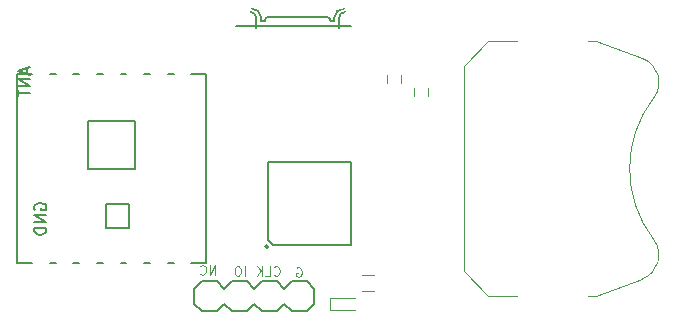
<source format=gbr>
G04 #@! TF.FileFunction,Legend,Bot*
%FSLAX46Y46*%
G04 Gerber Fmt 4.6, Leading zero omitted, Abs format (unit mm)*
G04 Created by KiCad (PCBNEW 4.0.7-e2-6376~61~ubuntu18.04.1) date Tue Jul 31 19:09:39 2018*
%MOMM*%
%LPD*%
G01*
G04 APERTURE LIST*
%ADD10C,0.100000*%
%ADD11C,0.120000*%
%ADD12C,0.203200*%
%ADD13C,0.150000*%
%ADD14C,0.127000*%
G04 APERTURE END LIST*
D10*
X94128571Y-85161905D02*
X94128571Y-84361905D01*
X93671428Y-85161905D01*
X93671428Y-84361905D01*
X92833333Y-85085714D02*
X92871428Y-85123810D01*
X92985714Y-85161905D01*
X93061904Y-85161905D01*
X93176190Y-85123810D01*
X93252381Y-85047619D01*
X93290476Y-84971429D01*
X93328571Y-84819048D01*
X93328571Y-84704762D01*
X93290476Y-84552381D01*
X93252381Y-84476190D01*
X93176190Y-84400000D01*
X93061904Y-84361905D01*
X92985714Y-84361905D01*
X92871428Y-84400000D01*
X92833333Y-84438095D01*
X96619047Y-85261905D02*
X96619047Y-84461905D01*
X96085714Y-84461905D02*
X95933333Y-84461905D01*
X95857142Y-84500000D01*
X95780952Y-84576190D01*
X95742857Y-84728571D01*
X95742857Y-84995238D01*
X95780952Y-85147619D01*
X95857142Y-85223810D01*
X95933333Y-85261905D01*
X96085714Y-85261905D01*
X96161904Y-85223810D01*
X96238095Y-85147619D01*
X96276190Y-84995238D01*
X96276190Y-84728571D01*
X96238095Y-84576190D01*
X96161904Y-84500000D01*
X96085714Y-84461905D01*
X99076190Y-85185714D02*
X99114285Y-85223810D01*
X99228571Y-85261905D01*
X99304761Y-85261905D01*
X99419047Y-85223810D01*
X99495238Y-85147619D01*
X99533333Y-85071429D01*
X99571428Y-84919048D01*
X99571428Y-84804762D01*
X99533333Y-84652381D01*
X99495238Y-84576190D01*
X99419047Y-84500000D01*
X99304761Y-84461905D01*
X99228571Y-84461905D01*
X99114285Y-84500000D01*
X99076190Y-84538095D01*
X98352380Y-85261905D02*
X98733333Y-85261905D01*
X98733333Y-84461905D01*
X98085714Y-85261905D02*
X98085714Y-84461905D01*
X97628571Y-85261905D02*
X97971428Y-84804762D01*
X97628571Y-84461905D02*
X98085714Y-84919048D01*
X100990476Y-84600000D02*
X101066667Y-84561905D01*
X101180952Y-84561905D01*
X101295238Y-84600000D01*
X101371429Y-84676190D01*
X101409524Y-84752381D01*
X101447619Y-84904762D01*
X101447619Y-85019048D01*
X101409524Y-85171429D01*
X101371429Y-85247619D01*
X101295238Y-85323810D01*
X101180952Y-85361905D01*
X101104762Y-85361905D01*
X100990476Y-85323810D01*
X100952381Y-85285714D01*
X100952381Y-85019048D01*
X101104762Y-85019048D01*
D11*
X107561000Y-85172000D02*
X106561000Y-85172000D01*
X106561000Y-86532000D02*
X107561000Y-86532000D01*
D12*
X105610660Y-82623660D02*
X105610660Y-75618340D01*
X105610660Y-75618340D02*
X98605340Y-75618340D01*
X98605340Y-75618340D02*
X98605340Y-82270600D01*
X98958400Y-82623660D02*
X105610660Y-82623660D01*
X98958400Y-82623660D02*
X98605340Y-82270600D01*
X98602800Y-82804000D02*
G75*
G03X98602800Y-82804000I-152400J0D01*
G01*
D13*
X78594000Y-68200000D02*
X77344000Y-68200000D01*
X80594000Y-68200000D02*
X80094000Y-68200000D01*
X82594000Y-68200000D02*
X82094000Y-68200000D01*
X84594000Y-68200000D02*
X84094000Y-68200000D01*
X86594000Y-68200000D02*
X86094000Y-68200000D01*
X88594000Y-68200000D02*
X88094000Y-68200000D01*
X90594000Y-68200000D02*
X90094000Y-68200000D01*
X93344000Y-68200000D02*
X92094000Y-68200000D01*
X92094000Y-84200000D02*
X93344000Y-84200000D01*
X90094000Y-84200000D02*
X90594000Y-84200000D01*
X88094000Y-84200000D02*
X88594000Y-84200000D01*
X86094000Y-84200000D02*
X86594000Y-84200000D01*
X84094000Y-84200000D02*
X84594000Y-84200000D01*
X82094000Y-84200000D02*
X82594000Y-84200000D01*
X80094000Y-84200000D02*
X80594000Y-84200000D01*
X77344000Y-84200000D02*
X78594000Y-84200000D01*
D12*
X77345540Y-68201540D02*
X77345540Y-84198460D01*
X93342460Y-84198460D02*
X93342460Y-68201540D01*
X83345020Y-72202040D02*
X87342980Y-72202040D01*
X87342980Y-72202040D02*
X87342980Y-76200000D01*
X87342980Y-76200000D02*
X83345020Y-76200000D01*
X83345020Y-76200000D02*
X83345020Y-72202040D01*
X86841840Y-79198980D02*
X84845400Y-79198980D01*
X84845400Y-81197960D02*
X84845400Y-79198980D01*
X86841840Y-81197960D02*
X84845400Y-81197960D01*
X86841840Y-81197960D02*
X86841840Y-79198980D01*
D10*
X131235536Y-70195399D02*
G75*
G03X131232000Y-82200000I7806464J-6004601D01*
G01*
X131248530Y-70196646D02*
G75*
G03X130262000Y-66860000I-1716530J1306646D01*
G01*
X126312000Y-65420000D02*
X130262000Y-66860000D01*
X115142000Y-67500000D02*
X117222000Y-65420000D01*
X115142000Y-84900000D02*
X115142000Y-67500000D01*
X115142000Y-84900000D02*
X117222000Y-86980000D01*
X126312000Y-86980000D02*
X130262000Y-85540000D01*
X130270169Y-85525244D02*
G75*
G03X131232000Y-82200000I-738169J2015244D01*
G01*
X117222000Y-65420000D02*
X119682000Y-65420000D01*
X125682000Y-65420000D02*
X126312000Y-65420000D01*
X117222000Y-86980000D02*
X119682000Y-86980000D01*
X125682000Y-86980000D02*
X126312000Y-86980000D01*
D11*
X103856000Y-88130000D02*
X103856000Y-87130000D01*
X103856000Y-87130000D02*
X105956000Y-87130000D01*
X103856000Y-88130000D02*
X105956000Y-88130000D01*
D12*
X100584000Y-88265000D02*
X101854000Y-88265000D01*
X101854000Y-88265000D02*
X102489000Y-87630000D01*
X102489000Y-86360000D02*
X101854000Y-85725000D01*
X97409000Y-87630000D02*
X98044000Y-88265000D01*
X98044000Y-88265000D02*
X99314000Y-88265000D01*
X99314000Y-88265000D02*
X99949000Y-87630000D01*
X99949000Y-86360000D02*
X99314000Y-85725000D01*
X99314000Y-85725000D02*
X98044000Y-85725000D01*
X98044000Y-85725000D02*
X97409000Y-86360000D01*
X100584000Y-88265000D02*
X99949000Y-87630000D01*
X99949000Y-86360000D02*
X100584000Y-85725000D01*
X101854000Y-85725000D02*
X100584000Y-85725000D01*
X92964000Y-88265000D02*
X94234000Y-88265000D01*
X94234000Y-88265000D02*
X94869000Y-87630000D01*
X94869000Y-86360000D02*
X94234000Y-85725000D01*
X94869000Y-87630000D02*
X95504000Y-88265000D01*
X95504000Y-88265000D02*
X96774000Y-88265000D01*
X96774000Y-88265000D02*
X97409000Y-87630000D01*
X97409000Y-86360000D02*
X96774000Y-85725000D01*
X96774000Y-85725000D02*
X95504000Y-85725000D01*
X95504000Y-85725000D02*
X94869000Y-86360000D01*
X92329000Y-87630000D02*
X92329000Y-86360000D01*
X92964000Y-88265000D02*
X92329000Y-87630000D01*
X92329000Y-86360000D02*
X92964000Y-85725000D01*
X94234000Y-85725000D02*
X92964000Y-85725000D01*
X102489000Y-87630000D02*
X102489000Y-86360000D01*
D11*
X112106000Y-70073000D02*
X112106000Y-69373000D01*
X110906000Y-69373000D02*
X110906000Y-70073000D01*
X109820000Y-68930000D02*
X109820000Y-68230000D01*
X108620000Y-68230000D02*
X108620000Y-68930000D01*
D14*
X97592000Y-64282000D02*
X97592000Y-63432000D01*
X97592000Y-63432000D02*
X97592000Y-63382000D01*
X104592000Y-64282000D02*
X104592000Y-63382000D01*
X95842000Y-64082000D02*
X105592000Y-64082000D01*
X97592000Y-63432000D02*
G75*
G03X97092000Y-62932000I-500000J0D01*
G01*
X97192000Y-62632000D02*
G75*
G02X97992000Y-63432000I0J-800000D01*
G01*
X97992000Y-63432000D02*
X97992000Y-63732000D01*
X97992000Y-63732000D02*
X98292000Y-63732000D01*
X98292000Y-63732000D02*
G75*
G02X98692000Y-63332000I400000J0D01*
G01*
X104592000Y-64282000D02*
X104592000Y-63432000D01*
X104592000Y-63432000D02*
X104592000Y-63382000D01*
X104592000Y-63432000D02*
G75*
G02X105092000Y-62932000I500000J0D01*
G01*
X104992000Y-62632000D02*
G75*
G03X104192000Y-63432000I0J-800000D01*
G01*
X104192000Y-63432000D02*
X104192000Y-63732000D01*
X104192000Y-63732000D02*
X103892000Y-63732000D01*
X103892000Y-63732000D02*
G75*
G03X103492000Y-63332000I-400000J0D01*
G01*
X98692000Y-63332000D02*
X103392000Y-63332000D01*
D13*
X78144667Y-67691143D02*
X78144667Y-68167334D01*
X78430381Y-67595905D02*
X77430381Y-67929238D01*
X78430381Y-68262572D01*
X78430381Y-68595905D02*
X77430381Y-68595905D01*
X78430381Y-69167334D01*
X77430381Y-69167334D01*
X77430381Y-69500667D02*
X77430381Y-70072096D01*
X78430381Y-69786381D02*
X77430381Y-69786381D01*
X78844000Y-79688096D02*
X78796381Y-79592858D01*
X78796381Y-79450001D01*
X78844000Y-79307143D01*
X78939238Y-79211905D01*
X79034476Y-79164286D01*
X79224952Y-79116667D01*
X79367810Y-79116667D01*
X79558286Y-79164286D01*
X79653524Y-79211905D01*
X79748762Y-79307143D01*
X79796381Y-79450001D01*
X79796381Y-79545239D01*
X79748762Y-79688096D01*
X79701143Y-79735715D01*
X79367810Y-79735715D01*
X79367810Y-79545239D01*
X79796381Y-80164286D02*
X78796381Y-80164286D01*
X79796381Y-80735715D01*
X78796381Y-80735715D01*
X79796381Y-81211905D02*
X78796381Y-81211905D01*
X78796381Y-81450000D01*
X78844000Y-81592858D01*
X78939238Y-81688096D01*
X79034476Y-81735715D01*
X79224952Y-81783334D01*
X79367810Y-81783334D01*
X79558286Y-81735715D01*
X79653524Y-81688096D01*
X79748762Y-81592858D01*
X79796381Y-81450000D01*
X79796381Y-81211905D01*
M02*

</source>
